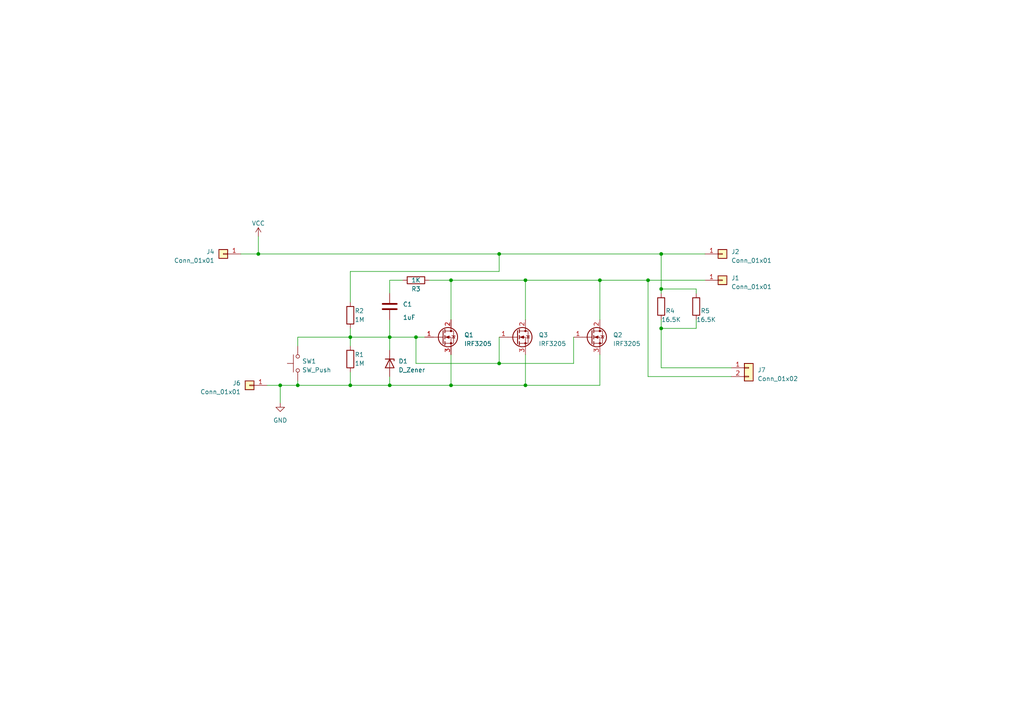
<source format=kicad_sch>
(kicad_sch (version 20230121) (generator eeschema)

  (uuid 41cbb949-33db-415a-ba0d-04f71a7c5590)

  (paper "A4")

  (lib_symbols
    (symbol "Connector_Generic:Conn_01x01" (pin_names (offset 1.016) hide) (in_bom yes) (on_board yes)
      (property "Reference" "J" (at 0 2.54 0)
        (effects (font (size 1.27 1.27)))
      )
      (property "Value" "Conn_01x01" (at 0 -2.54 0)
        (effects (font (size 1.27 1.27)))
      )
      (property "Footprint" "" (at 0 0 0)
        (effects (font (size 1.27 1.27)) hide)
      )
      (property "Datasheet" "~" (at 0 0 0)
        (effects (font (size 1.27 1.27)) hide)
      )
      (property "ki_keywords" "connector" (at 0 0 0)
        (effects (font (size 1.27 1.27)) hide)
      )
      (property "ki_description" "Generic connector, single row, 01x01, script generated (kicad-library-utils/schlib/autogen/connector/)" (at 0 0 0)
        (effects (font (size 1.27 1.27)) hide)
      )
      (property "ki_fp_filters" "Connector*:*_1x??_*" (at 0 0 0)
        (effects (font (size 1.27 1.27)) hide)
      )
      (symbol "Conn_01x01_1_1"
        (rectangle (start -1.27 0.127) (end 0 -0.127)
          (stroke (width 0.1524) (type default))
          (fill (type none))
        )
        (rectangle (start -1.27 1.27) (end 1.27 -1.27)
          (stroke (width 0.254) (type default))
          (fill (type background))
        )
        (pin passive line (at -5.08 0 0) (length 3.81)
          (name "Pin_1" (effects (font (size 1.27 1.27))))
          (number "1" (effects (font (size 1.27 1.27))))
        )
      )
    )
    (symbol "Connector_Generic:Conn_01x02" (pin_names (offset 1.016) hide) (in_bom yes) (on_board yes)
      (property "Reference" "J" (at 0 2.54 0)
        (effects (font (size 1.27 1.27)))
      )
      (property "Value" "Conn_01x02" (at 0 -5.08 0)
        (effects (font (size 1.27 1.27)))
      )
      (property "Footprint" "" (at 0 0 0)
        (effects (font (size 1.27 1.27)) hide)
      )
      (property "Datasheet" "~" (at 0 0 0)
        (effects (font (size 1.27 1.27)) hide)
      )
      (property "ki_keywords" "connector" (at 0 0 0)
        (effects (font (size 1.27 1.27)) hide)
      )
      (property "ki_description" "Generic connector, single row, 01x02, script generated (kicad-library-utils/schlib/autogen/connector/)" (at 0 0 0)
        (effects (font (size 1.27 1.27)) hide)
      )
      (property "ki_fp_filters" "Connector*:*_1x??_*" (at 0 0 0)
        (effects (font (size 1.27 1.27)) hide)
      )
      (symbol "Conn_01x02_1_1"
        (rectangle (start -1.27 -2.413) (end 0 -2.667)
          (stroke (width 0.1524) (type default))
          (fill (type none))
        )
        (rectangle (start -1.27 0.127) (end 0 -0.127)
          (stroke (width 0.1524) (type default))
          (fill (type none))
        )
        (rectangle (start -1.27 1.27) (end 1.27 -3.81)
          (stroke (width 0.254) (type default))
          (fill (type background))
        )
        (pin passive line (at -5.08 0 0) (length 3.81)
          (name "Pin_1" (effects (font (size 1.27 1.27))))
          (number "1" (effects (font (size 1.27 1.27))))
        )
        (pin passive line (at -5.08 -2.54 0) (length 3.81)
          (name "Pin_2" (effects (font (size 1.27 1.27))))
          (number "2" (effects (font (size 1.27 1.27))))
        )
      )
    )
    (symbol "Device:C" (pin_numbers hide) (pin_names (offset 0.254)) (in_bom yes) (on_board yes)
      (property "Reference" "C" (at 0.635 2.54 0)
        (effects (font (size 1.27 1.27)) (justify left))
      )
      (property "Value" "C" (at 0.635 -2.54 0)
        (effects (font (size 1.27 1.27)) (justify left))
      )
      (property "Footprint" "" (at 0.9652 -3.81 0)
        (effects (font (size 1.27 1.27)) hide)
      )
      (property "Datasheet" "~" (at 0 0 0)
        (effects (font (size 1.27 1.27)) hide)
      )
      (property "ki_keywords" "cap capacitor" (at 0 0 0)
        (effects (font (size 1.27 1.27)) hide)
      )
      (property "ki_description" "Unpolarized capacitor" (at 0 0 0)
        (effects (font (size 1.27 1.27)) hide)
      )
      (property "ki_fp_filters" "C_*" (at 0 0 0)
        (effects (font (size 1.27 1.27)) hide)
      )
      (symbol "C_0_1"
        (polyline
          (pts
            (xy -2.032 -0.762)
            (xy 2.032 -0.762)
          )
          (stroke (width 0.508) (type default))
          (fill (type none))
        )
        (polyline
          (pts
            (xy -2.032 0.762)
            (xy 2.032 0.762)
          )
          (stroke (width 0.508) (type default))
          (fill (type none))
        )
      )
      (symbol "C_1_1"
        (pin passive line (at 0 3.81 270) (length 2.794)
          (name "~" (effects (font (size 1.27 1.27))))
          (number "1" (effects (font (size 1.27 1.27))))
        )
        (pin passive line (at 0 -3.81 90) (length 2.794)
          (name "~" (effects (font (size 1.27 1.27))))
          (number "2" (effects (font (size 1.27 1.27))))
        )
      )
    )
    (symbol "Device:D_Zener" (pin_numbers hide) (pin_names (offset 1.016) hide) (in_bom yes) (on_board yes)
      (property "Reference" "D" (at 0 2.54 0)
        (effects (font (size 1.27 1.27)))
      )
      (property "Value" "D_Zener" (at 0 -2.54 0)
        (effects (font (size 1.27 1.27)))
      )
      (property "Footprint" "" (at 0 0 0)
        (effects (font (size 1.27 1.27)) hide)
      )
      (property "Datasheet" "~" (at 0 0 0)
        (effects (font (size 1.27 1.27)) hide)
      )
      (property "ki_keywords" "diode" (at 0 0 0)
        (effects (font (size 1.27 1.27)) hide)
      )
      (property "ki_description" "Zener diode" (at 0 0 0)
        (effects (font (size 1.27 1.27)) hide)
      )
      (property "ki_fp_filters" "TO-???* *_Diode_* *SingleDiode* D_*" (at 0 0 0)
        (effects (font (size 1.27 1.27)) hide)
      )
      (symbol "D_Zener_0_1"
        (polyline
          (pts
            (xy 1.27 0)
            (xy -1.27 0)
          )
          (stroke (width 0) (type default))
          (fill (type none))
        )
        (polyline
          (pts
            (xy -1.27 -1.27)
            (xy -1.27 1.27)
            (xy -0.762 1.27)
          )
          (stroke (width 0.254) (type default))
          (fill (type none))
        )
        (polyline
          (pts
            (xy 1.27 -1.27)
            (xy 1.27 1.27)
            (xy -1.27 0)
            (xy 1.27 -1.27)
          )
          (stroke (width 0.254) (type default))
          (fill (type none))
        )
      )
      (symbol "D_Zener_1_1"
        (pin passive line (at -3.81 0 0) (length 2.54)
          (name "K" (effects (font (size 1.27 1.27))))
          (number "1" (effects (font (size 1.27 1.27))))
        )
        (pin passive line (at 3.81 0 180) (length 2.54)
          (name "A" (effects (font (size 1.27 1.27))))
          (number "2" (effects (font (size 1.27 1.27))))
        )
      )
    )
    (symbol "Device:R" (pin_numbers hide) (pin_names (offset 0)) (in_bom yes) (on_board yes)
      (property "Reference" "R" (at 2.032 0 90)
        (effects (font (size 1.27 1.27)))
      )
      (property "Value" "R" (at 0 0 90)
        (effects (font (size 1.27 1.27)))
      )
      (property "Footprint" "" (at -1.778 0 90)
        (effects (font (size 1.27 1.27)) hide)
      )
      (property "Datasheet" "~" (at 0 0 0)
        (effects (font (size 1.27 1.27)) hide)
      )
      (property "ki_keywords" "R res resistor" (at 0 0 0)
        (effects (font (size 1.27 1.27)) hide)
      )
      (property "ki_description" "Resistor" (at 0 0 0)
        (effects (font (size 1.27 1.27)) hide)
      )
      (property "ki_fp_filters" "R_*" (at 0 0 0)
        (effects (font (size 1.27 1.27)) hide)
      )
      (symbol "R_0_1"
        (rectangle (start -1.016 -2.54) (end 1.016 2.54)
          (stroke (width 0.254) (type default))
          (fill (type none))
        )
      )
      (symbol "R_1_1"
        (pin passive line (at 0 3.81 270) (length 1.27)
          (name "~" (effects (font (size 1.27 1.27))))
          (number "1" (effects (font (size 1.27 1.27))))
        )
        (pin passive line (at 0 -3.81 90) (length 1.27)
          (name "~" (effects (font (size 1.27 1.27))))
          (number "2" (effects (font (size 1.27 1.27))))
        )
      )
    )
    (symbol "Switch:SW_Push" (pin_numbers hide) (pin_names (offset 1.016) hide) (in_bom yes) (on_board yes)
      (property "Reference" "SW" (at 1.27 2.54 0)
        (effects (font (size 1.27 1.27)) (justify left))
      )
      (property "Value" "SW_Push" (at 0 -1.524 0)
        (effects (font (size 1.27 1.27)))
      )
      (property "Footprint" "" (at 0 5.08 0)
        (effects (font (size 1.27 1.27)) hide)
      )
      (property "Datasheet" "~" (at 0 5.08 0)
        (effects (font (size 1.27 1.27)) hide)
      )
      (property "ki_keywords" "switch normally-open pushbutton push-button" (at 0 0 0)
        (effects (font (size 1.27 1.27)) hide)
      )
      (property "ki_description" "Push button switch, generic, two pins" (at 0 0 0)
        (effects (font (size 1.27 1.27)) hide)
      )
      (symbol "SW_Push_0_1"
        (circle (center -2.032 0) (radius 0.508)
          (stroke (width 0) (type default))
          (fill (type none))
        )
        (polyline
          (pts
            (xy 0 1.27)
            (xy 0 3.048)
          )
          (stroke (width 0) (type default))
          (fill (type none))
        )
        (polyline
          (pts
            (xy 2.54 1.27)
            (xy -2.54 1.27)
          )
          (stroke (width 0) (type default))
          (fill (type none))
        )
        (circle (center 2.032 0) (radius 0.508)
          (stroke (width 0) (type default))
          (fill (type none))
        )
        (pin passive line (at -5.08 0 0) (length 2.54)
          (name "1" (effects (font (size 1.27 1.27))))
          (number "1" (effects (font (size 1.27 1.27))))
        )
        (pin passive line (at 5.08 0 180) (length 2.54)
          (name "2" (effects (font (size 1.27 1.27))))
          (number "2" (effects (font (size 1.27 1.27))))
        )
      )
    )
    (symbol "Transistor_FET:IRF3205" (pin_names hide) (in_bom yes) (on_board yes)
      (property "Reference" "Q" (at 6.35 1.905 0)
        (effects (font (size 1.27 1.27)) (justify left))
      )
      (property "Value" "IRF3205" (at 6.35 0 0)
        (effects (font (size 1.27 1.27)) (justify left))
      )
      (property "Footprint" "Package_TO_SOT_THT:TO-220-3_Vertical" (at 6.35 -1.905 0)
        (effects (font (size 1.27 1.27) italic) (justify left) hide)
      )
      (property "Datasheet" "http://www.irf.com/product-info/datasheets/data/irf3205.pdf" (at 0 0 0)
        (effects (font (size 1.27 1.27)) (justify left) hide)
      )
      (property "ki_keywords" "Single N-Channel HEXFET Power MOSFET" (at 0 0 0)
        (effects (font (size 1.27 1.27)) hide)
      )
      (property "ki_description" "110A Id, 55V Vds, Single N-Channel HEXFET Power MOSFET, 8mOhm Ron, TO-220AB" (at 0 0 0)
        (effects (font (size 1.27 1.27)) hide)
      )
      (property "ki_fp_filters" "TO?220*" (at 0 0 0)
        (effects (font (size 1.27 1.27)) hide)
      )
      (symbol "IRF3205_0_1"
        (polyline
          (pts
            (xy 0.254 0)
            (xy -2.54 0)
          )
          (stroke (width 0) (type default))
          (fill (type none))
        )
        (polyline
          (pts
            (xy 0.254 1.905)
            (xy 0.254 -1.905)
          )
          (stroke (width 0.254) (type default))
          (fill (type none))
        )
        (polyline
          (pts
            (xy 0.762 -1.27)
            (xy 0.762 -2.286)
          )
          (stroke (width 0.254) (type default))
          (fill (type none))
        )
        (polyline
          (pts
            (xy 0.762 0.508)
            (xy 0.762 -0.508)
          )
          (stroke (width 0.254) (type default))
          (fill (type none))
        )
        (polyline
          (pts
            (xy 0.762 2.286)
            (xy 0.762 1.27)
          )
          (stroke (width 0.254) (type default))
          (fill (type none))
        )
        (polyline
          (pts
            (xy 2.54 2.54)
            (xy 2.54 1.778)
          )
          (stroke (width 0) (type default))
          (fill (type none))
        )
        (polyline
          (pts
            (xy 2.54 -2.54)
            (xy 2.54 0)
            (xy 0.762 0)
          )
          (stroke (width 0) (type default))
          (fill (type none))
        )
        (polyline
          (pts
            (xy 0.762 -1.778)
            (xy 3.302 -1.778)
            (xy 3.302 1.778)
            (xy 0.762 1.778)
          )
          (stroke (width 0) (type default))
          (fill (type none))
        )
        (polyline
          (pts
            (xy 1.016 0)
            (xy 2.032 0.381)
            (xy 2.032 -0.381)
            (xy 1.016 0)
          )
          (stroke (width 0) (type default))
          (fill (type outline))
        )
        (polyline
          (pts
            (xy 2.794 0.508)
            (xy 2.921 0.381)
            (xy 3.683 0.381)
            (xy 3.81 0.254)
          )
          (stroke (width 0) (type default))
          (fill (type none))
        )
        (polyline
          (pts
            (xy 3.302 0.381)
            (xy 2.921 -0.254)
            (xy 3.683 -0.254)
            (xy 3.302 0.381)
          )
          (stroke (width 0) (type default))
          (fill (type none))
        )
        (circle (center 1.651 0) (radius 2.794)
          (stroke (width 0.254) (type default))
          (fill (type none))
        )
        (circle (center 2.54 -1.778) (radius 0.254)
          (stroke (width 0) (type default))
          (fill (type outline))
        )
        (circle (center 2.54 1.778) (radius 0.254)
          (stroke (width 0) (type default))
          (fill (type outline))
        )
      )
      (symbol "IRF3205_1_1"
        (pin input line (at -5.08 0 0) (length 2.54)
          (name "G" (effects (font (size 1.27 1.27))))
          (number "1" (effects (font (size 1.27 1.27))))
        )
        (pin passive line (at 2.54 5.08 270) (length 2.54)
          (name "D" (effects (font (size 1.27 1.27))))
          (number "2" (effects (font (size 1.27 1.27))))
        )
        (pin passive line (at 2.54 -5.08 90) (length 2.54)
          (name "S" (effects (font (size 1.27 1.27))))
          (number "3" (effects (font (size 1.27 1.27))))
        )
      )
    )
    (symbol "power:GND" (power) (pin_names (offset 0)) (in_bom yes) (on_board yes)
      (property "Reference" "#PWR" (at 0 -6.35 0)
        (effects (font (size 1.27 1.27)) hide)
      )
      (property "Value" "GND" (at 0 -3.81 0)
        (effects (font (size 1.27 1.27)))
      )
      (property "Footprint" "" (at 0 0 0)
        (effects (font (size 1.27 1.27)) hide)
      )
      (property "Datasheet" "" (at 0 0 0)
        (effects (font (size 1.27 1.27)) hide)
      )
      (property "ki_keywords" "global power" (at 0 0 0)
        (effects (font (size 1.27 1.27)) hide)
      )
      (property "ki_description" "Power symbol creates a global label with name \"GND\" , ground" (at 0 0 0)
        (effects (font (size 1.27 1.27)) hide)
      )
      (symbol "GND_0_1"
        (polyline
          (pts
            (xy 0 0)
            (xy 0 -1.27)
            (xy 1.27 -1.27)
            (xy 0 -2.54)
            (xy -1.27 -1.27)
            (xy 0 -1.27)
          )
          (stroke (width 0) (type default))
          (fill (type none))
        )
      )
      (symbol "GND_1_1"
        (pin power_in line (at 0 0 270) (length 0) hide
          (name "GND" (effects (font (size 1.27 1.27))))
          (number "1" (effects (font (size 1.27 1.27))))
        )
      )
    )
    (symbol "power:VCC" (power) (pin_names (offset 0)) (in_bom yes) (on_board yes)
      (property "Reference" "#PWR" (at 0 -3.81 0)
        (effects (font (size 1.27 1.27)) hide)
      )
      (property "Value" "VCC" (at 0 3.81 0)
        (effects (font (size 1.27 1.27)))
      )
      (property "Footprint" "" (at 0 0 0)
        (effects (font (size 1.27 1.27)) hide)
      )
      (property "Datasheet" "" (at 0 0 0)
        (effects (font (size 1.27 1.27)) hide)
      )
      (property "ki_keywords" "global power" (at 0 0 0)
        (effects (font (size 1.27 1.27)) hide)
      )
      (property "ki_description" "Power symbol creates a global label with name \"VCC\"" (at 0 0 0)
        (effects (font (size 1.27 1.27)) hide)
      )
      (symbol "VCC_0_1"
        (polyline
          (pts
            (xy -0.762 1.27)
            (xy 0 2.54)
          )
          (stroke (width 0) (type default))
          (fill (type none))
        )
        (polyline
          (pts
            (xy 0 0)
            (xy 0 2.54)
          )
          (stroke (width 0) (type default))
          (fill (type none))
        )
        (polyline
          (pts
            (xy 0 2.54)
            (xy 0.762 1.27)
          )
          (stroke (width 0) (type default))
          (fill (type none))
        )
      )
      (symbol "VCC_1_1"
        (pin power_in line (at 0 0 90) (length 0) hide
          (name "VCC" (effects (font (size 1.27 1.27))))
          (number "1" (effects (font (size 1.27 1.27))))
        )
      )
    )
  )

  (junction (at 152.4 81.28) (diameter 0) (color 0 0 0 0)
    (uuid 0437b0a1-9b31-46e6-bbe0-ba765100bceb)
  )
  (junction (at 191.77 83.82) (diameter 0) (color 0 0 0 0)
    (uuid 1b7a948d-0ee0-48a7-b993-dba86e8a971a)
  )
  (junction (at 173.99 81.28) (diameter 0) (color 0 0 0 0)
    (uuid 2052a257-edfa-4bdb-8dd7-ed3da72dd435)
  )
  (junction (at 101.6 111.76) (diameter 0) (color 0 0 0 0)
    (uuid 330df6c1-c64b-42f3-adb9-f28fa65d6bef)
  )
  (junction (at 81.28 111.76) (diameter 0) (color 0 0 0 0)
    (uuid 353e58d4-1592-4999-994c-1cd8d274df35)
  )
  (junction (at 152.4 111.76) (diameter 0) (color 0 0 0 0)
    (uuid 3affef5a-f217-48a0-8f45-47716e6fffc9)
  )
  (junction (at 191.77 73.66) (diameter 0) (color 0 0 0 0)
    (uuid 3ed99e07-543f-4a8d-a187-e539b31d1a57)
  )
  (junction (at 187.96 81.28) (diameter 0) (color 0 0 0 0)
    (uuid 48910af8-a159-4e55-ae99-a3f6ea8e5d80)
  )
  (junction (at 74.93 73.66) (diameter 0) (color 0 0 0 0)
    (uuid 539aa571-ca32-41c0-a122-39ea5dc62618)
  )
  (junction (at 144.78 105.41) (diameter 0) (color 0 0 0 0)
    (uuid 61da6ebc-649d-4701-8f6f-2b4a8acf4f3f)
  )
  (junction (at 113.03 97.79) (diameter 0) (color 0 0 0 0)
    (uuid 6c1db594-a44c-468e-939f-80deabbc0cc3)
  )
  (junction (at 130.81 111.76) (diameter 0) (color 0 0 0 0)
    (uuid 75ee4f08-48c0-43e8-9064-3778cc65048a)
  )
  (junction (at 86.36 111.76) (diameter 0) (color 0 0 0 0)
    (uuid 7a9c7f10-36b8-4555-9621-2a926dbdef40)
  )
  (junction (at 113.03 111.76) (diameter 0) (color 0 0 0 0)
    (uuid 8da2c395-add2-4783-9c72-0c3b8cadaf6e)
  )
  (junction (at 191.77 95.25) (diameter 0) (color 0 0 0 0)
    (uuid 982efba2-5306-43f2-8f6d-0f923e11c2c8)
  )
  (junction (at 101.6 97.79) (diameter 0) (color 0 0 0 0)
    (uuid c1404e3c-a292-41d7-8b7e-f561c31a5230)
  )
  (junction (at 144.78 73.66) (diameter 0) (color 0 0 0 0)
    (uuid df7d7d28-4b22-4634-88dd-ea7faf61886f)
  )
  (junction (at 120.65 97.79) (diameter 0) (color 0 0 0 0)
    (uuid f70fe150-0b14-4fd4-ab4f-52bf053e80c7)
  )
  (junction (at 130.81 81.28) (diameter 0) (color 0 0 0 0)
    (uuid ffd4d793-adce-408d-ae6c-f0f25ca086a3)
  )

  (wire (pts (xy 191.77 73.66) (xy 204.47 73.66))
    (stroke (width 0) (type default))
    (uuid 07ceac97-5c51-4e45-8c7d-74bb14e6de4c)
  )
  (wire (pts (xy 191.77 106.68) (xy 212.09 106.68))
    (stroke (width 0) (type default))
    (uuid 084963f8-eae3-4256-a7cc-8fa2eff425d8)
  )
  (wire (pts (xy 113.03 92.71) (xy 113.03 97.79))
    (stroke (width 0) (type default))
    (uuid 0912cc58-6a1a-4555-9526-d0c2dd036ba4)
  )
  (wire (pts (xy 101.6 95.25) (xy 101.6 97.79))
    (stroke (width 0) (type default))
    (uuid 09ee49f1-e1e3-47bc-b890-5c313befd9a3)
  )
  (wire (pts (xy 144.78 73.66) (xy 144.78 78.74))
    (stroke (width 0) (type default))
    (uuid 155b3e9e-603b-4c62-b6a6-5940261c583c)
  )
  (wire (pts (xy 81.28 111.76) (xy 81.28 116.84))
    (stroke (width 0) (type default))
    (uuid 160c5aaa-fda8-4de1-8781-b8bf96bd94c4)
  )
  (wire (pts (xy 101.6 111.76) (xy 113.03 111.76))
    (stroke (width 0) (type default))
    (uuid 1915ee98-3659-4087-a536-1696e428a1c6)
  )
  (wire (pts (xy 187.96 81.28) (xy 204.47 81.28))
    (stroke (width 0) (type default))
    (uuid 2034f62f-2f0b-4fd1-b467-9ba8452da14c)
  )
  (wire (pts (xy 191.77 95.25) (xy 191.77 106.68))
    (stroke (width 0) (type default))
    (uuid 2524dead-7068-4856-a2d0-f52544b6aad1)
  )
  (wire (pts (xy 81.28 111.76) (xy 86.36 111.76))
    (stroke (width 0) (type default))
    (uuid 272998ad-8d7f-4ef1-bd44-6b704470313d)
  )
  (wire (pts (xy 101.6 97.79) (xy 113.03 97.79))
    (stroke (width 0) (type default))
    (uuid 27700968-3914-41b6-a2e3-c8a1c03286d3)
  )
  (wire (pts (xy 201.93 83.82) (xy 201.93 85.09))
    (stroke (width 0) (type default))
    (uuid 2d805f18-c30d-4af9-8ddb-87d00b327caf)
  )
  (wire (pts (xy 191.77 95.25) (xy 201.93 95.25))
    (stroke (width 0) (type default))
    (uuid 3049a745-93ef-4618-bb86-ab4bad22753c)
  )
  (wire (pts (xy 69.85 73.66) (xy 74.93 73.66))
    (stroke (width 0) (type default))
    (uuid 4cdd901e-fda5-4ea8-8a86-16084b7712f4)
  )
  (wire (pts (xy 152.4 81.28) (xy 173.99 81.28))
    (stroke (width 0) (type default))
    (uuid 4dce41d6-732f-4e8f-bab0-9bd812bea6b9)
  )
  (wire (pts (xy 77.47 111.76) (xy 81.28 111.76))
    (stroke (width 0) (type default))
    (uuid 554f6173-37e1-43b7-8a61-f26c7f0f8fc5)
  )
  (wire (pts (xy 166.37 97.79) (xy 166.37 105.41))
    (stroke (width 0) (type default))
    (uuid 55d7bd5f-6cf4-44a2-a887-c7bafeb8917b)
  )
  (wire (pts (xy 191.77 73.66) (xy 191.77 83.82))
    (stroke (width 0) (type default))
    (uuid 5c57f74b-a4d3-4b0e-823b-cd2c3fe2c26f)
  )
  (wire (pts (xy 191.77 83.82) (xy 201.93 83.82))
    (stroke (width 0) (type default))
    (uuid 5dc63d77-d29d-4bcc-b5fd-72b1e1dc1bdd)
  )
  (wire (pts (xy 113.03 109.22) (xy 113.03 111.76))
    (stroke (width 0) (type default))
    (uuid 61fc332a-69ff-45e7-b10e-70172879b60a)
  )
  (wire (pts (xy 74.93 68.58) (xy 74.93 73.66))
    (stroke (width 0) (type default))
    (uuid 63cd5745-57a8-43b2-819b-25f680ccc512)
  )
  (wire (pts (xy 173.99 81.28) (xy 173.99 92.71))
    (stroke (width 0) (type default))
    (uuid 69d22788-a917-49b0-bc2d-18907bf27e27)
  )
  (wire (pts (xy 101.6 78.74) (xy 144.78 78.74))
    (stroke (width 0) (type default))
    (uuid 6b70846c-986e-4f83-9053-012126d0b6a2)
  )
  (wire (pts (xy 86.36 111.76) (xy 101.6 111.76))
    (stroke (width 0) (type default))
    (uuid 6d766486-3785-459e-a08a-1e54d4e6acf4)
  )
  (wire (pts (xy 86.36 97.79) (xy 86.36 100.33))
    (stroke (width 0) (type default))
    (uuid 6de41545-30a4-42b6-9139-21fc305a8ca9)
  )
  (wire (pts (xy 86.36 110.49) (xy 86.36 111.76))
    (stroke (width 0) (type default))
    (uuid 726bcd84-fb2f-4d38-aedf-109872060258)
  )
  (wire (pts (xy 152.4 102.87) (xy 152.4 111.76))
    (stroke (width 0) (type default))
    (uuid 74148525-12c6-4532-83b3-6fc5de4851a3)
  )
  (wire (pts (xy 124.46 81.28) (xy 130.81 81.28))
    (stroke (width 0) (type default))
    (uuid 7787cca4-4526-435f-96b0-0511c276ee3f)
  )
  (wire (pts (xy 101.6 97.79) (xy 101.6 100.33))
    (stroke (width 0) (type default))
    (uuid 78afa648-c08d-4611-a064-fb631d7cb9d7)
  )
  (wire (pts (xy 101.6 78.74) (xy 101.6 87.63))
    (stroke (width 0) (type default))
    (uuid 7e14603f-989f-4c6f-9ae8-cd63ef98377a)
  )
  (wire (pts (xy 113.03 97.79) (xy 120.65 97.79))
    (stroke (width 0) (type default))
    (uuid 81e0da4e-3ac8-4262-b5a9-111118cfe064)
  )
  (wire (pts (xy 113.03 97.79) (xy 113.03 101.6))
    (stroke (width 0) (type default))
    (uuid 8a1548f5-a9ee-4d9b-8ab0-3313b30d0134)
  )
  (wire (pts (xy 130.81 81.28) (xy 130.81 92.71))
    (stroke (width 0) (type default))
    (uuid 8dbd0eed-c61d-48a8-95bf-8a96cc5eb79b)
  )
  (wire (pts (xy 113.03 111.76) (xy 130.81 111.76))
    (stroke (width 0) (type default))
    (uuid 8f0725dc-d19b-4133-8e30-d2cbf9690bd7)
  )
  (wire (pts (xy 187.96 81.28) (xy 187.96 109.22))
    (stroke (width 0) (type default))
    (uuid 9936c747-affe-45c3-bd64-483d32759e12)
  )
  (wire (pts (xy 130.81 81.28) (xy 152.4 81.28))
    (stroke (width 0) (type default))
    (uuid 9d14abe1-9a8d-456d-9ac0-869255f9e6b2)
  )
  (wire (pts (xy 120.65 97.79) (xy 123.19 97.79))
    (stroke (width 0) (type default))
    (uuid a073414e-4a02-43a5-9937-9788e3ba354b)
  )
  (wire (pts (xy 86.36 97.79) (xy 101.6 97.79))
    (stroke (width 0) (type default))
    (uuid a1b7d951-76fb-4082-a9b6-6eb137e7f9a7)
  )
  (wire (pts (xy 152.4 81.28) (xy 152.4 92.71))
    (stroke (width 0) (type default))
    (uuid a4d7660c-0d3a-4468-be97-2831effc3360)
  )
  (wire (pts (xy 144.78 105.41) (xy 166.37 105.41))
    (stroke (width 0) (type default))
    (uuid a9dd5726-49fe-4437-be82-767a8bd24845)
  )
  (wire (pts (xy 113.03 81.28) (xy 113.03 85.09))
    (stroke (width 0) (type default))
    (uuid aa79ea01-98ca-4b6e-a29b-b651a5e140b9)
  )
  (wire (pts (xy 152.4 111.76) (xy 173.99 111.76))
    (stroke (width 0) (type default))
    (uuid ae19a6ec-43b8-4161-ab00-96e4287b5d23)
  )
  (wire (pts (xy 130.81 102.87) (xy 130.81 111.76))
    (stroke (width 0) (type default))
    (uuid b5a84c9b-d97e-4b9e-967f-4bb4d3add51f)
  )
  (wire (pts (xy 120.65 97.79) (xy 120.65 105.41))
    (stroke (width 0) (type default))
    (uuid bbb8bc7d-0dbb-4edc-8729-966eac94bb20)
  )
  (wire (pts (xy 113.03 81.28) (xy 116.84 81.28))
    (stroke (width 0) (type default))
    (uuid bed7bf9b-159c-4625-952a-6decc6a84185)
  )
  (wire (pts (xy 173.99 102.87) (xy 173.99 111.76))
    (stroke (width 0) (type default))
    (uuid c6a7b6c4-c7d4-4bd0-9dc2-ea27cd2bb1cd)
  )
  (wire (pts (xy 201.93 92.71) (xy 201.93 95.25))
    (stroke (width 0) (type default))
    (uuid c849b9bc-73b6-4e17-8539-ab34d214a08d)
  )
  (wire (pts (xy 187.96 109.22) (xy 212.09 109.22))
    (stroke (width 0) (type default))
    (uuid c8a98ac5-95b0-4019-9e3e-938c659f9c87)
  )
  (wire (pts (xy 191.77 83.82) (xy 191.77 85.09))
    (stroke (width 0) (type default))
    (uuid d0158adf-870e-4c82-87a8-edcae2625d0f)
  )
  (wire (pts (xy 120.65 105.41) (xy 144.78 105.41))
    (stroke (width 0) (type default))
    (uuid d2a2e817-8725-4cbc-9f25-eb6c2ddfefa4)
  )
  (wire (pts (xy 130.81 111.76) (xy 152.4 111.76))
    (stroke (width 0) (type default))
    (uuid dd713ad8-4334-4417-8d90-0c06fb0ef70a)
  )
  (wire (pts (xy 144.78 97.79) (xy 144.78 105.41))
    (stroke (width 0) (type default))
    (uuid e523ac44-d363-4b4a-bf62-0d9eeab70760)
  )
  (wire (pts (xy 101.6 107.95) (xy 101.6 111.76))
    (stroke (width 0) (type default))
    (uuid e82a389f-67e0-4fc7-9ec2-a610f6734cae)
  )
  (wire (pts (xy 144.78 73.66) (xy 191.77 73.66))
    (stroke (width 0) (type default))
    (uuid ef78b810-cb14-48de-a4fb-3fe0130a74a9)
  )
  (wire (pts (xy 191.77 92.71) (xy 191.77 95.25))
    (stroke (width 0) (type default))
    (uuid f2bf8cc1-7e43-40d0-b983-1643a8c8db61)
  )
  (wire (pts (xy 173.99 81.28) (xy 187.96 81.28))
    (stroke (width 0) (type default))
    (uuid fa842bc1-e9df-4b87-a668-114821f4b125)
  )
  (wire (pts (xy 74.93 73.66) (xy 144.78 73.66))
    (stroke (width 0) (type default))
    (uuid ff69b193-c535-400d-b797-2e2d25da87c2)
  )

  (symbol (lib_id "Switch:SW_Push") (at 86.36 105.41 90) (unit 1)
    (in_bom yes) (on_board yes) (dnp no) (fields_autoplaced)
    (uuid 0f750320-4679-4b6e-bc97-5ffaaf86aaed)
    (property "Reference" "SW1" (at 87.63 104.775 90)
      (effects (font (size 1.27 1.27)) (justify right))
    )
    (property "Value" "SW_Push" (at 87.63 107.315 90)
      (effects (font (size 1.27 1.27)) (justify right))
    )
    (property "Footprint" "" (at 81.28 105.41 0)
      (effects (font (size 1.27 1.27)) hide)
    )
    (property "Datasheet" "~" (at 81.28 105.41 0)
      (effects (font (size 1.27 1.27)) hide)
    )
    (pin "1" (uuid ebf69c9e-c6a3-4e6b-a12c-0a4a1904d95c))
    (pin "2" (uuid 8f3364fc-dbc1-4084-a481-5e19fde0c390))
    (instances
      (project "Anti-Spark Switch"
        (path "/41cbb949-33db-415a-ba0d-04f71a7c5590"
          (reference "SW1") (unit 1)
        )
      )
    )
  )

  (symbol (lib_id "Device:R") (at 101.6 104.14 0) (unit 1)
    (in_bom yes) (on_board yes) (dnp no)
    (uuid 38982e16-d870-4a84-a0f2-1265e4eb4691)
    (property "Reference" "R1" (at 102.87 102.87 0)
      (effects (font (size 1.27 1.27)) (justify left))
    )
    (property "Value" "1M" (at 102.87 105.41 0)
      (effects (font (size 1.27 1.27)) (justify left))
    )
    (property "Footprint" "" (at 99.822 104.14 90)
      (effects (font (size 1.27 1.27)) hide)
    )
    (property "Datasheet" "~" (at 101.6 104.14 0)
      (effects (font (size 1.27 1.27)) hide)
    )
    (pin "1" (uuid e4f8e6cc-567c-4bfe-af08-77e1ea11b1fe))
    (pin "2" (uuid 43d63ea3-f5a1-49a5-b4ff-8d451f75d4b3))
    (instances
      (project "Anti-Spark Switch"
        (path "/41cbb949-33db-415a-ba0d-04f71a7c5590"
          (reference "R1") (unit 1)
        )
      )
    )
  )

  (symbol (lib_id "Transistor_FET:IRF3205") (at 128.27 97.79 0) (unit 1)
    (in_bom yes) (on_board yes) (dnp no) (fields_autoplaced)
    (uuid 59b88029-260a-4c04-b5a6-b7bfb963007f)
    (property "Reference" "Q1" (at 134.62 97.155 0)
      (effects (font (size 1.27 1.27)) (justify left))
    )
    (property "Value" "IRF3205" (at 134.62 99.695 0)
      (effects (font (size 1.27 1.27)) (justify left))
    )
    (property "Footprint" "Package_TO_SOT_THT:TO-220-3_Vertical" (at 134.62 99.695 0)
      (effects (font (size 1.27 1.27) italic) (justify left) hide)
    )
    (property "Datasheet" "http://www.irf.com/product-info/datasheets/data/irf3205.pdf" (at 128.27 97.79 0)
      (effects (font (size 1.27 1.27)) (justify left) hide)
    )
    (pin "1" (uuid fcac8185-102d-4a2f-aa6e-56bf1eec114c))
    (pin "2" (uuid 2663fbb9-6dc9-4c44-b94d-37fe851b98a6))
    (pin "3" (uuid b99c9ba0-6af7-4510-86f6-9b2390f1fe8d))
    (instances
      (project "Anti-Spark Switch"
        (path "/41cbb949-33db-415a-ba0d-04f71a7c5590"
          (reference "Q1") (unit 1)
        )
      )
    )
  )

  (symbol (lib_id "Device:R") (at 201.93 88.9 0) (unit 1)
    (in_bom yes) (on_board yes) (dnp no)
    (uuid 6015fef3-39fd-48da-b38c-720f542bdd97)
    (property "Reference" "R5" (at 203.2 90.17 0)
      (effects (font (size 1.27 1.27)) (justify left))
    )
    (property "Value" "16.5K" (at 201.93 92.71 0)
      (effects (font (size 1.27 1.27)) (justify left))
    )
    (property "Footprint" "" (at 200.152 88.9 90)
      (effects (font (size 1.27 1.27)) hide)
    )
    (property "Datasheet" "~" (at 201.93 88.9 0)
      (effects (font (size 1.27 1.27)) hide)
    )
    (pin "1" (uuid f806a007-731e-46b9-8409-45d77547ec70))
    (pin "2" (uuid a11b4bc9-7a35-4fb5-9a7c-923437d8a833))
    (instances
      (project "Anti-Spark Switch"
        (path "/41cbb949-33db-415a-ba0d-04f71a7c5590"
          (reference "R5") (unit 1)
        )
      )
    )
  )

  (symbol (lib_id "Device:C") (at 113.03 88.9 0) (unit 1)
    (in_bom yes) (on_board yes) (dnp no)
    (uuid 6987be81-d7a3-439b-a46a-1632cfe8d3e6)
    (property "Reference" "C1" (at 116.84 88.265 0)
      (effects (font (size 1.27 1.27)) (justify left))
    )
    (property "Value" "1uF" (at 116.84 92.075 0)
      (effects (font (size 1.27 1.27)) (justify left))
    )
    (property "Footprint" "" (at 113.9952 92.71 0)
      (effects (font (size 1.27 1.27)) hide)
    )
    (property "Datasheet" "~" (at 113.03 88.9 0)
      (effects (font (size 1.27 1.27)) hide)
    )
    (pin "1" (uuid 59ca3237-75cb-457c-bad3-b516134369fc))
    (pin "2" (uuid 4cc5fcfe-1de4-4a97-813e-b975a1609c77))
    (instances
      (project "Anti-Spark Switch"
        (path "/41cbb949-33db-415a-ba0d-04f71a7c5590"
          (reference "C1") (unit 1)
        )
      )
    )
  )

  (symbol (lib_id "Device:R") (at 191.77 88.9 0) (unit 1)
    (in_bom yes) (on_board yes) (dnp no)
    (uuid 773ef7b9-7fae-4a47-96cc-ae2851ba82e7)
    (property "Reference" "R4" (at 193.04 90.17 0)
      (effects (font (size 1.27 1.27)) (justify left))
    )
    (property "Value" "16.5K" (at 191.77 92.71 0)
      (effects (font (size 1.27 1.27)) (justify left))
    )
    (property "Footprint" "" (at 189.992 88.9 90)
      (effects (font (size 1.27 1.27)) hide)
    )
    (property "Datasheet" "~" (at 191.77 88.9 0)
      (effects (font (size 1.27 1.27)) hide)
    )
    (pin "1" (uuid 0b5faeef-cfda-4cb6-b29f-ebc4adb28295))
    (pin "2" (uuid 3b0d5934-cf8c-4f6e-ac64-e5da10854711))
    (instances
      (project "Anti-Spark Switch"
        (path "/41cbb949-33db-415a-ba0d-04f71a7c5590"
          (reference "R4") (unit 1)
        )
      )
    )
  )

  (symbol (lib_id "Connector_Generic:Conn_01x02") (at 217.17 106.68 0) (unit 1)
    (in_bom yes) (on_board yes) (dnp no) (fields_autoplaced)
    (uuid 831f1c15-28b7-4750-859c-087a76e14e36)
    (property "Reference" "J7" (at 219.71 107.315 0)
      (effects (font (size 1.27 1.27)) (justify left))
    )
    (property "Value" "Conn_01x02" (at 219.71 109.855 0)
      (effects (font (size 1.27 1.27)) (justify left))
    )
    (property "Footprint" "" (at 217.17 106.68 0)
      (effects (font (size 1.27 1.27)) hide)
    )
    (property "Datasheet" "~" (at 217.17 106.68 0)
      (effects (font (size 1.27 1.27)) hide)
    )
    (pin "1" (uuid 47b98e5a-fdff-4efe-afd6-5be7a3ea1b78))
    (pin "2" (uuid aa6e3c34-9e7d-4ecb-abaa-d2807cf5e142))
    (instances
      (project "Anti-Spark Switch"
        (path "/41cbb949-33db-415a-ba0d-04f71a7c5590"
          (reference "J7") (unit 1)
        )
      )
    )
  )

  (symbol (lib_id "Connector_Generic:Conn_01x01") (at 209.55 73.66 0) (unit 1)
    (in_bom yes) (on_board yes) (dnp no) (fields_autoplaced)
    (uuid 8bd75a0b-977e-4f34-9275-357e9b393a0a)
    (property "Reference" "J2" (at 212.09 73.025 0)
      (effects (font (size 1.27 1.27)) (justify left))
    )
    (property "Value" "Conn_01x01" (at 212.09 75.565 0)
      (effects (font (size 1.27 1.27)) (justify left))
    )
    (property "Footprint" "" (at 209.55 73.66 0)
      (effects (font (size 1.27 1.27)) hide)
    )
    (property "Datasheet" "~" (at 209.55 73.66 0)
      (effects (font (size 1.27 1.27)) hide)
    )
    (pin "1" (uuid 021c3765-2de7-4bfb-8588-d9fcb61f8df2))
    (instances
      (project "Anti-Spark Switch"
        (path "/41cbb949-33db-415a-ba0d-04f71a7c5590"
          (reference "J2") (unit 1)
        )
      )
    )
  )

  (symbol (lib_id "Connector_Generic:Conn_01x01") (at 72.39 111.76 0) (mirror y) (unit 1)
    (in_bom yes) (on_board yes) (dnp no)
    (uuid 9327b7c0-1986-45ae-abd7-3946269e4d76)
    (property "Reference" "J6" (at 69.85 111.125 0)
      (effects (font (size 1.27 1.27)) (justify left))
    )
    (property "Value" "Conn_01x01" (at 69.85 113.665 0)
      (effects (font (size 1.27 1.27)) (justify left))
    )
    (property "Footprint" "" (at 72.39 111.76 0)
      (effects (font (size 1.27 1.27)) hide)
    )
    (property "Datasheet" "~" (at 72.39 111.76 0)
      (effects (font (size 1.27 1.27)) hide)
    )
    (pin "1" (uuid 2774ff97-b2f4-4aea-b8a1-91198e64de7f))
    (instances
      (project "Anti-Spark Switch"
        (path "/41cbb949-33db-415a-ba0d-04f71a7c5590"
          (reference "J6") (unit 1)
        )
      )
    )
  )

  (symbol (lib_id "Device:D_Zener") (at 113.03 105.41 270) (unit 1)
    (in_bom yes) (on_board yes) (dnp no) (fields_autoplaced)
    (uuid af010b43-d87f-44c4-9041-64ab99b23f2c)
    (property "Reference" "D1" (at 115.57 104.775 90)
      (effects (font (size 1.27 1.27)) (justify left))
    )
    (property "Value" "D_Zener" (at 115.57 107.315 90)
      (effects (font (size 1.27 1.27)) (justify left))
    )
    (property "Footprint" "" (at 113.03 105.41 0)
      (effects (font (size 1.27 1.27)) hide)
    )
    (property "Datasheet" "~" (at 113.03 105.41 0)
      (effects (font (size 1.27 1.27)) hide)
    )
    (pin "1" (uuid 543d05e2-52d2-4b27-be20-7f015656d51d))
    (pin "2" (uuid 0000975f-7713-424e-9ae6-7aaac96f0ab6))
    (instances
      (project "Anti-Spark Switch"
        (path "/41cbb949-33db-415a-ba0d-04f71a7c5590"
          (reference "D1") (unit 1)
        )
      )
    )
  )

  (symbol (lib_id "Device:R") (at 101.6 91.44 0) (unit 1)
    (in_bom yes) (on_board yes) (dnp no)
    (uuid b66ba3e2-e4e7-4fe3-90ec-e8557ff99d2c)
    (property "Reference" "R2" (at 102.87 90.17 0)
      (effects (font (size 1.27 1.27)) (justify left))
    )
    (property "Value" "1M" (at 102.87 92.71 0)
      (effects (font (size 1.27 1.27)) (justify left))
    )
    (property "Footprint" "" (at 99.822 91.44 90)
      (effects (font (size 1.27 1.27)) hide)
    )
    (property "Datasheet" "~" (at 101.6 91.44 0)
      (effects (font (size 1.27 1.27)) hide)
    )
    (pin "1" (uuid 707f5b6c-24b1-4ad0-a5c5-2e5aafee489b))
    (pin "2" (uuid 21d6bb0b-2a68-4a5e-8be9-ce727b4e262d))
    (instances
      (project "Anti-Spark Switch"
        (path "/41cbb949-33db-415a-ba0d-04f71a7c5590"
          (reference "R2") (unit 1)
        )
      )
    )
  )

  (symbol (lib_id "power:VCC") (at 74.93 68.58 0) (unit 1)
    (in_bom yes) (on_board yes) (dnp no) (fields_autoplaced)
    (uuid c5a65ebc-c5f9-4d7d-b194-bd71fa830c89)
    (property "Reference" "#PWR02" (at 74.93 72.39 0)
      (effects (font (size 1.27 1.27)) hide)
    )
    (property "Value" "VCC" (at 74.93 64.77 0)
      (effects (font (size 1.27 1.27)))
    )
    (property "Footprint" "" (at 74.93 68.58 0)
      (effects (font (size 1.27 1.27)) hide)
    )
    (property "Datasheet" "" (at 74.93 68.58 0)
      (effects (font (size 1.27 1.27)) hide)
    )
    (pin "1" (uuid e25c0696-ced7-4648-ac4f-c2667a4d7598))
    (instances
      (project "Anti-Spark Switch"
        (path "/41cbb949-33db-415a-ba0d-04f71a7c5590"
          (reference "#PWR02") (unit 1)
        )
      )
    )
  )

  (symbol (lib_id "power:GND") (at 81.28 116.84 0) (unit 1)
    (in_bom yes) (on_board yes) (dnp no) (fields_autoplaced)
    (uuid c70149d3-0a5b-434a-a9a2-7a4cb1b982b6)
    (property "Reference" "#PWR01" (at 81.28 123.19 0)
      (effects (font (size 1.27 1.27)) hide)
    )
    (property "Value" "GND" (at 81.28 121.92 0)
      (effects (font (size 1.27 1.27)))
    )
    (property "Footprint" "" (at 81.28 116.84 0)
      (effects (font (size 1.27 1.27)) hide)
    )
    (property "Datasheet" "" (at 81.28 116.84 0)
      (effects (font (size 1.27 1.27)) hide)
    )
    (pin "1" (uuid 61fb08e2-6bb5-4a51-84b8-585cb65f7888))
    (instances
      (project "Anti-Spark Switch"
        (path "/41cbb949-33db-415a-ba0d-04f71a7c5590"
          (reference "#PWR01") (unit 1)
        )
      )
    )
  )

  (symbol (lib_id "Connector_Generic:Conn_01x01") (at 64.77 73.66 0) (mirror y) (unit 1)
    (in_bom yes) (on_board yes) (dnp no)
    (uuid c70fce0d-e714-4ad4-af79-45b13e896987)
    (property "Reference" "J4" (at 62.23 73.025 0)
      (effects (font (size 1.27 1.27)) (justify left))
    )
    (property "Value" "Conn_01x01" (at 62.23 75.565 0)
      (effects (font (size 1.27 1.27)) (justify left))
    )
    (property "Footprint" "" (at 64.77 73.66 0)
      (effects (font (size 1.27 1.27)) hide)
    )
    (property "Datasheet" "~" (at 64.77 73.66 0)
      (effects (font (size 1.27 1.27)) hide)
    )
    (pin "1" (uuid a006ecc7-f958-4815-b79b-4c41eeb921b2))
    (instances
      (project "Anti-Spark Switch"
        (path "/41cbb949-33db-415a-ba0d-04f71a7c5590"
          (reference "J4") (unit 1)
        )
      )
    )
  )

  (symbol (lib_id "Transistor_FET:IRF3205") (at 171.45 97.79 0) (unit 1)
    (in_bom yes) (on_board yes) (dnp no) (fields_autoplaced)
    (uuid ca91953b-b9df-45fd-b1d8-a32f0b160ca9)
    (property "Reference" "Q2" (at 177.8 97.155 0)
      (effects (font (size 1.27 1.27)) (justify left))
    )
    (property "Value" "IRF3205" (at 177.8 99.695 0)
      (effects (font (size 1.27 1.27)) (justify left))
    )
    (property "Footprint" "Package_TO_SOT_THT:TO-220-3_Vertical" (at 177.8 99.695 0)
      (effects (font (size 1.27 1.27) italic) (justify left) hide)
    )
    (property "Datasheet" "http://www.irf.com/product-info/datasheets/data/irf3205.pdf" (at 171.45 97.79 0)
      (effects (font (size 1.27 1.27)) (justify left) hide)
    )
    (pin "1" (uuid c4725824-da12-42a3-863a-aed9a6b6d622))
    (pin "2" (uuid ba97e597-cb0f-4579-b9f6-4bdfa707b59b))
    (pin "3" (uuid b43bccb1-84a8-4975-914f-b91be1471e28))
    (instances
      (project "Anti-Spark Switch"
        (path "/41cbb949-33db-415a-ba0d-04f71a7c5590"
          (reference "Q2") (unit 1)
        )
      )
    )
  )

  (symbol (lib_id "Connector_Generic:Conn_01x01") (at 209.55 81.28 0) (unit 1)
    (in_bom yes) (on_board yes) (dnp no) (fields_autoplaced)
    (uuid e3599b9c-7715-460d-a6e9-118a37d68bfe)
    (property "Reference" "J1" (at 212.09 80.645 0)
      (effects (font (size 1.27 1.27)) (justify left))
    )
    (property "Value" "Conn_01x01" (at 212.09 83.185 0)
      (effects (font (size 1.27 1.27)) (justify left))
    )
    (property "Footprint" "" (at 209.55 81.28 0)
      (effects (font (size 1.27 1.27)) hide)
    )
    (property "Datasheet" "~" (at 209.55 81.28 0)
      (effects (font (size 1.27 1.27)) hide)
    )
    (pin "1" (uuid 99024cd5-33c1-4183-a76f-69738e3e28e7))
    (instances
      (project "Anti-Spark Switch"
        (path "/41cbb949-33db-415a-ba0d-04f71a7c5590"
          (reference "J1") (unit 1)
        )
      )
    )
  )

  (symbol (lib_id "Transistor_FET:IRF3205") (at 149.86 97.79 0) (unit 1)
    (in_bom yes) (on_board yes) (dnp no) (fields_autoplaced)
    (uuid e70dbca6-0297-4c7d-8dd6-2cc4f035e035)
    (property "Reference" "Q3" (at 156.21 97.155 0)
      (effects (font (size 1.27 1.27)) (justify left))
    )
    (property "Value" "IRF3205" (at 156.21 99.695 0)
      (effects (font (size 1.27 1.27)) (justify left))
    )
    (property "Footprint" "Package_TO_SOT_THT:TO-220-3_Vertical" (at 156.21 99.695 0)
      (effects (font (size 1.27 1.27) italic) (justify left) hide)
    )
    (property "Datasheet" "http://www.irf.com/product-info/datasheets/data/irf3205.pdf" (at 149.86 97.79 0)
      (effects (font (size 1.27 1.27)) (justify left) hide)
    )
    (pin "1" (uuid 4a6cb82b-e3d3-4ccf-a5c5-924293e2b387))
    (pin "2" (uuid 53f81efe-f014-45e8-9a81-f276d2465a9a))
    (pin "3" (uuid 8b3b3787-c624-4117-ad48-9e7a6a96a49f))
    (instances
      (project "Anti-Spark Switch"
        (path "/41cbb949-33db-415a-ba0d-04f71a7c5590"
          (reference "Q3") (unit 1)
        )
      )
    )
  )

  (symbol (lib_id "Device:R") (at 120.65 81.28 90) (unit 1)
    (in_bom yes) (on_board yes) (dnp no)
    (uuid f53b338d-2761-4509-9ef8-73f76bfe513f)
    (property "Reference" "R3" (at 120.65 83.82 90)
      (effects (font (size 1.27 1.27)))
    )
    (property "Value" "1K" (at 120.65 81.28 90)
      (effects (font (size 1.27 1.27)))
    )
    (property "Footprint" "" (at 120.65 83.058 90)
      (effects (font (size 1.27 1.27)) hide)
    )
    (property "Datasheet" "~" (at 120.65 81.28 0)
      (effects (font (size 1.27 1.27)) hide)
    )
    (pin "1" (uuid 72e393d7-5997-486e-a77c-821c962a5eb9))
    (pin "2" (uuid 8e0515a3-51b4-4042-bb45-d23b8f5dfe11))
    (instances
      (project "Anti-Spark Switch"
        (path "/41cbb949-33db-415a-ba0d-04f71a7c5590"
          (reference "R3") (unit 1)
        )
      )
    )
  )

  (sheet_instances
    (path "/" (page "1"))
  )
)

</source>
